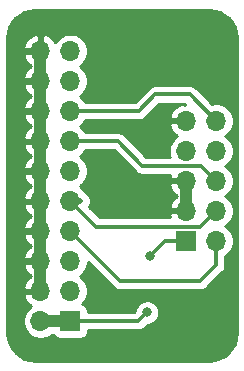
<source format=gbr>
%TF.GenerationSoftware,KiCad,Pcbnew,(5.1.9)-1*%
%TF.CreationDate,2021-11-16T01:46:06-03:00*%
%TF.ProjectId,20-10-adapter,32302d31-302d-4616-9461-707465722e6b,rev?*%
%TF.SameCoordinates,Original*%
%TF.FileFunction,Copper,L1,Top*%
%TF.FilePolarity,Positive*%
%FSLAX46Y46*%
G04 Gerber Fmt 4.6, Leading zero omitted, Abs format (unit mm)*
G04 Created by KiCad (PCBNEW (5.1.9)-1) date 2021-11-16 01:46:06*
%MOMM*%
%LPD*%
G01*
G04 APERTURE LIST*
%TA.AperFunction,ComponentPad*%
%ADD10R,1.700000X1.700000*%
%TD*%
%TA.AperFunction,ComponentPad*%
%ADD11O,1.700000X1.700000*%
%TD*%
%TA.AperFunction,ViaPad*%
%ADD12C,0.800000*%
%TD*%
%TA.AperFunction,Conductor*%
%ADD13C,0.300000*%
%TD*%
%TA.AperFunction,Conductor*%
%ADD14C,1.000000*%
%TD*%
%TA.AperFunction,Conductor*%
%ADD15C,0.500000*%
%TD*%
%TA.AperFunction,Conductor*%
%ADD16C,0.254000*%
%TD*%
%TA.AperFunction,Conductor*%
%ADD17C,0.100000*%
%TD*%
G04 APERTURE END LIST*
D10*
%TO.P,J2,1*%
%TO.N,SWD1*%
X126000000Y-79000000D03*
D11*
%TO.P,J2,2*%
X123460000Y-79000000D03*
%TO.P,J2,3*%
%TO.N,Net-(J2-Pad3)*%
X126000000Y-76460000D03*
%TO.P,J2,4*%
%TO.N,GND*%
X123460000Y-76460000D03*
%TO.P,J2,5*%
%TO.N,Net-(J2-Pad5)*%
X126000000Y-73920000D03*
%TO.P,J2,6*%
%TO.N,GND*%
X123460000Y-73920000D03*
%TO.P,J2,7*%
%TO.N,SWD2*%
X126000000Y-71380000D03*
%TO.P,J2,8*%
%TO.N,GND*%
X123460000Y-71380000D03*
%TO.P,J2,9*%
%TO.N,SWD4*%
X126000000Y-68840000D03*
%TO.P,J2,10*%
%TO.N,GND*%
X123460000Y-68840000D03*
%TO.P,J2,11*%
%TO.N,Net-(J2-Pad11)*%
X126000000Y-66300000D03*
%TO.P,J2,12*%
%TO.N,GND*%
X123460000Y-66300000D03*
%TO.P,J2,13*%
%TO.N,SWD6*%
X126000000Y-63760000D03*
%TO.P,J2,14*%
%TO.N,GND*%
X123460000Y-63760000D03*
%TO.P,J2,15*%
%TO.N,SWD10*%
X126000000Y-61220000D03*
%TO.P,J2,16*%
%TO.N,GND*%
X123460000Y-61220000D03*
%TO.P,J2,17*%
%TO.N,Net-(J2-Pad17)*%
X126000000Y-58680000D03*
%TO.P,J2,18*%
%TO.N,GND*%
X123460000Y-58680000D03*
%TO.P,J2,19*%
%TO.N,Net-(J2-Pad19)*%
X126000000Y-56140000D03*
%TO.P,J2,20*%
%TO.N,GND*%
X123460000Y-56140000D03*
%TD*%
D10*
%TO.P,J1,1*%
%TO.N,SWD1*%
X135800000Y-72200000D03*
D11*
%TO.P,J1,2*%
%TO.N,SWD2*%
X138340000Y-72200000D03*
%TO.P,J1,3*%
%TO.N,GND*%
X135800000Y-69660000D03*
%TO.P,J1,4*%
%TO.N,SWD4*%
X138340000Y-69660000D03*
%TO.P,J1,5*%
%TO.N,GND*%
X135800000Y-67120000D03*
%TO.P,J1,6*%
%TO.N,SWD6*%
X138340000Y-67120000D03*
%TO.P,J1,7*%
%TO.N,Net-(J1-Pad7)*%
X135800000Y-64580000D03*
%TO.P,J1,8*%
%TO.N,Net-(J1-Pad8)*%
X138340000Y-64580000D03*
%TO.P,J1,9*%
%TO.N,GND*%
X135800000Y-62040000D03*
%TO.P,J1,10*%
%TO.N,SWD10*%
X138340000Y-62040000D03*
%TD*%
D12*
%TO.N,GND*%
X121700000Y-76500000D03*
X121600000Y-73900000D03*
X121700000Y-71400000D03*
X121700000Y-68900000D03*
X121700000Y-66300000D03*
X121700000Y-63800000D03*
X121700000Y-61200000D03*
X121700000Y-58700000D03*
X121700000Y-56100000D03*
X132000000Y-63000000D03*
X139000000Y-80500000D03*
X139000000Y-77500000D03*
X131000000Y-68000000D03*
X131000000Y-55500000D03*
X138500000Y-55500000D03*
X138500000Y-59000000D03*
X131000000Y-59000000D03*
X135000000Y-80500000D03*
X134750000Y-55500000D03*
%TO.N,SWD1*%
X132500000Y-78250000D03*
X132750000Y-73500000D03*
%TD*%
D13*
%TO.N,SWD10*%
X126000000Y-61220000D02*
X131780000Y-61220000D01*
X131780000Y-61220000D02*
X133200000Y-59800000D01*
X136100000Y-59800000D02*
X138340000Y-62040000D01*
X133200000Y-59800000D02*
X136100000Y-59800000D01*
D14*
%TO.N,GND*%
X123460000Y-63760000D02*
X123460000Y-61220000D01*
X123460000Y-61220000D02*
X123460000Y-58680000D01*
X123460000Y-58680000D02*
X123460000Y-56140000D01*
X123460000Y-63760000D02*
X123460000Y-66300000D01*
X123460000Y-66300000D02*
X123460000Y-68840000D01*
X123460000Y-73920000D02*
X123460000Y-76460000D01*
X123460000Y-68840000D02*
X123460000Y-71380000D01*
X123460000Y-73920000D02*
X123460000Y-71380000D01*
D15*
X123420000Y-76500000D02*
X123460000Y-76460000D01*
X121700000Y-76500000D02*
X123420000Y-76500000D01*
X123440000Y-73900000D02*
X123460000Y-73920000D01*
X121600000Y-73900000D02*
X123440000Y-73900000D01*
X123440000Y-71400000D02*
X123460000Y-71380000D01*
X121700000Y-71400000D02*
X123440000Y-71400000D01*
X123400000Y-68900000D02*
X123460000Y-68840000D01*
X121700000Y-68900000D02*
X123400000Y-68900000D01*
X123420000Y-63800000D02*
X123460000Y-63760000D01*
X121700000Y-63800000D02*
X123420000Y-63800000D01*
X123440000Y-61200000D02*
X123460000Y-61220000D01*
X121700000Y-61200000D02*
X123440000Y-61200000D01*
X123440000Y-58700000D02*
X123460000Y-58680000D01*
X121700000Y-58700000D02*
X123440000Y-58700000D01*
X121700000Y-66300000D02*
X123460000Y-66300000D01*
X123420000Y-56100000D02*
X123460000Y-56140000D01*
X121700000Y-56100000D02*
X123420000Y-56100000D01*
X135740000Y-62100000D02*
X135800000Y-62040000D01*
D14*
X135800000Y-69660000D02*
X135800000Y-67120000D01*
D13*
%TO.N,SWD6*%
X138340000Y-67120000D02*
X137070000Y-65850000D01*
X137070000Y-65850000D02*
X132100000Y-65850000D01*
X130010000Y-63760000D02*
X129190000Y-63760000D01*
X132100000Y-65850000D02*
X130010000Y-63760000D01*
X129190000Y-63760000D02*
X129460000Y-63760000D01*
X126000000Y-63760000D02*
X129190000Y-63760000D01*
D15*
%TO.N,SWD4*%
X126000000Y-68840000D02*
X126840000Y-68840000D01*
D13*
X137000001Y-70999999D02*
X138340000Y-69660000D01*
X128159999Y-70999999D02*
X137000001Y-70999999D01*
X126000000Y-68840000D02*
X128159999Y-70999999D01*
%TO.N,SWD2*%
X138340000Y-74260000D02*
X138340000Y-72200000D01*
X126000000Y-71380000D02*
X130220000Y-75600000D01*
X130220000Y-75600000D02*
X137000000Y-75600000D01*
X137000000Y-75600000D02*
X138340000Y-74260000D01*
%TO.N,SWD1*%
X131750000Y-79000000D02*
X132500000Y-78250000D01*
X126000000Y-79000000D02*
X131750000Y-79000000D01*
X135800000Y-72200000D02*
X134050000Y-72200000D01*
X134050000Y-72200000D02*
X132750000Y-73500000D01*
D14*
X126000000Y-79000000D02*
X123460000Y-79000000D01*
%TD*%
D16*
%TO.N,GND*%
X138203893Y-52707670D02*
X138640498Y-52839489D01*
X139043185Y-53053600D01*
X139396612Y-53341848D01*
X139687327Y-53693261D01*
X139904242Y-54094439D01*
X140039106Y-54530113D01*
X140090000Y-55014344D01*
X140090001Y-79967711D01*
X140042330Y-80453894D01*
X139910512Y-80890497D01*
X139696399Y-81293186D01*
X139408150Y-81646613D01*
X139056739Y-81937327D01*
X138655564Y-82154240D01*
X138219886Y-82289106D01*
X137735664Y-82340000D01*
X123032279Y-82340000D01*
X122546106Y-82292330D01*
X122109503Y-82160512D01*
X121706814Y-81946399D01*
X121353387Y-81658150D01*
X121062673Y-81306739D01*
X120845760Y-80905564D01*
X120710894Y-80469886D01*
X120660000Y-79985664D01*
X120660000Y-78853740D01*
X121975000Y-78853740D01*
X121975000Y-79146260D01*
X122032068Y-79433158D01*
X122144010Y-79703411D01*
X122306525Y-79946632D01*
X122513368Y-80153475D01*
X122756589Y-80315990D01*
X123026842Y-80427932D01*
X123313740Y-80485000D01*
X123606260Y-80485000D01*
X123893158Y-80427932D01*
X124163411Y-80315990D01*
X124406632Y-80153475D01*
X124425107Y-80135000D01*
X124582317Y-80135000D01*
X124619463Y-80204494D01*
X124698815Y-80301185D01*
X124795506Y-80380537D01*
X124905820Y-80439502D01*
X125025518Y-80475812D01*
X125150000Y-80488072D01*
X126850000Y-80488072D01*
X126974482Y-80475812D01*
X127094180Y-80439502D01*
X127204494Y-80380537D01*
X127301185Y-80301185D01*
X127380537Y-80204494D01*
X127439502Y-80094180D01*
X127475812Y-79974482D01*
X127488072Y-79850000D01*
X127488072Y-79785000D01*
X131711447Y-79785000D01*
X131750000Y-79788797D01*
X131788553Y-79785000D01*
X131788561Y-79785000D01*
X131903887Y-79773641D01*
X132051860Y-79728754D01*
X132188233Y-79655862D01*
X132307764Y-79557764D01*
X132332347Y-79527811D01*
X132575157Y-79285000D01*
X132601939Y-79285000D01*
X132801898Y-79245226D01*
X132990256Y-79167205D01*
X133159774Y-79053937D01*
X133303937Y-78909774D01*
X133417205Y-78740256D01*
X133495226Y-78551898D01*
X133535000Y-78351939D01*
X133535000Y-78148061D01*
X133495226Y-77948102D01*
X133417205Y-77759744D01*
X133303937Y-77590226D01*
X133159774Y-77446063D01*
X132990256Y-77332795D01*
X132801898Y-77254774D01*
X132601939Y-77215000D01*
X132398061Y-77215000D01*
X132198102Y-77254774D01*
X132009744Y-77332795D01*
X131840226Y-77446063D01*
X131696063Y-77590226D01*
X131582795Y-77759744D01*
X131504774Y-77948102D01*
X131465000Y-78148061D01*
X131465000Y-78174843D01*
X131424843Y-78215000D01*
X127488072Y-78215000D01*
X127488072Y-78150000D01*
X127475812Y-78025518D01*
X127439502Y-77905820D01*
X127380537Y-77795506D01*
X127301185Y-77698815D01*
X127204494Y-77619463D01*
X127094180Y-77560498D01*
X127021620Y-77538487D01*
X127153475Y-77406632D01*
X127315990Y-77163411D01*
X127427932Y-76893158D01*
X127485000Y-76606260D01*
X127485000Y-76313740D01*
X127427932Y-76026842D01*
X127315990Y-75756589D01*
X127153475Y-75513368D01*
X126946632Y-75306525D01*
X126772240Y-75190000D01*
X126946632Y-75073475D01*
X127153475Y-74866632D01*
X127315990Y-74623411D01*
X127427932Y-74353158D01*
X127485000Y-74066260D01*
X127485000Y-73975157D01*
X129637658Y-76127816D01*
X129662236Y-76157764D01*
X129692184Y-76182342D01*
X129692187Y-76182345D01*
X129721559Y-76206450D01*
X129781767Y-76255862D01*
X129918140Y-76328754D01*
X130031672Y-76363194D01*
X130066112Y-76373641D01*
X130080490Y-76375057D01*
X130181439Y-76385000D01*
X130181446Y-76385000D01*
X130219999Y-76388797D01*
X130258552Y-76385000D01*
X136961447Y-76385000D01*
X137000000Y-76388797D01*
X137038553Y-76385000D01*
X137038561Y-76385000D01*
X137153887Y-76373641D01*
X137301860Y-76328754D01*
X137438233Y-76255862D01*
X137557764Y-76157764D01*
X137582347Y-76127810D01*
X138867817Y-74842341D01*
X138897764Y-74817764D01*
X138995862Y-74698233D01*
X139068754Y-74561860D01*
X139088967Y-74495226D01*
X139113641Y-74413888D01*
X139124470Y-74303937D01*
X139125000Y-74298561D01*
X139125000Y-74298554D01*
X139128797Y-74260001D01*
X139125000Y-74221448D01*
X139125000Y-73461474D01*
X139286632Y-73353475D01*
X139493475Y-73146632D01*
X139655990Y-72903411D01*
X139767932Y-72633158D01*
X139825000Y-72346260D01*
X139825000Y-72053740D01*
X139767932Y-71766842D01*
X139655990Y-71496589D01*
X139493475Y-71253368D01*
X139286632Y-71046525D01*
X139112240Y-70930000D01*
X139286632Y-70813475D01*
X139493475Y-70606632D01*
X139655990Y-70363411D01*
X139767932Y-70093158D01*
X139825000Y-69806260D01*
X139825000Y-69513740D01*
X139767932Y-69226842D01*
X139655990Y-68956589D01*
X139493475Y-68713368D01*
X139286632Y-68506525D01*
X139112240Y-68390000D01*
X139286632Y-68273475D01*
X139493475Y-68066632D01*
X139655990Y-67823411D01*
X139767932Y-67553158D01*
X139825000Y-67266260D01*
X139825000Y-66973740D01*
X139767932Y-66686842D01*
X139655990Y-66416589D01*
X139493475Y-66173368D01*
X139286632Y-65966525D01*
X139112240Y-65850000D01*
X139286632Y-65733475D01*
X139493475Y-65526632D01*
X139655990Y-65283411D01*
X139767932Y-65013158D01*
X139825000Y-64726260D01*
X139825000Y-64433740D01*
X139767932Y-64146842D01*
X139655990Y-63876589D01*
X139493475Y-63633368D01*
X139286632Y-63426525D01*
X139112240Y-63310000D01*
X139286632Y-63193475D01*
X139493475Y-62986632D01*
X139655990Y-62743411D01*
X139767932Y-62473158D01*
X139825000Y-62186260D01*
X139825000Y-61893740D01*
X139767932Y-61606842D01*
X139655990Y-61336589D01*
X139493475Y-61093368D01*
X139286632Y-60886525D01*
X139043411Y-60724010D01*
X138773158Y-60612068D01*
X138486260Y-60555000D01*
X138193740Y-60555000D01*
X138003082Y-60592925D01*
X136682347Y-59272190D01*
X136657764Y-59242236D01*
X136538233Y-59144138D01*
X136401860Y-59071246D01*
X136253887Y-59026359D01*
X136138561Y-59015000D01*
X136138553Y-59015000D01*
X136100000Y-59011203D01*
X136061447Y-59015000D01*
X133238552Y-59015000D01*
X133199999Y-59011203D01*
X133161446Y-59015000D01*
X133161439Y-59015000D01*
X133060490Y-59024943D01*
X133046112Y-59026359D01*
X133011672Y-59036806D01*
X132898140Y-59071246D01*
X132761767Y-59144138D01*
X132713075Y-59184099D01*
X132672187Y-59217655D01*
X132672184Y-59217658D01*
X132642236Y-59242236D01*
X132617658Y-59272184D01*
X131454843Y-60435000D01*
X127261474Y-60435000D01*
X127153475Y-60273368D01*
X126946632Y-60066525D01*
X126772240Y-59950000D01*
X126946632Y-59833475D01*
X127153475Y-59626632D01*
X127315990Y-59383411D01*
X127427932Y-59113158D01*
X127485000Y-58826260D01*
X127485000Y-58533740D01*
X127427932Y-58246842D01*
X127315990Y-57976589D01*
X127153475Y-57733368D01*
X126946632Y-57526525D01*
X126772240Y-57410000D01*
X126946632Y-57293475D01*
X127153475Y-57086632D01*
X127315990Y-56843411D01*
X127427932Y-56573158D01*
X127485000Y-56286260D01*
X127485000Y-55993740D01*
X127427932Y-55706842D01*
X127315990Y-55436589D01*
X127153475Y-55193368D01*
X126946632Y-54986525D01*
X126703411Y-54824010D01*
X126433158Y-54712068D01*
X126146260Y-54655000D01*
X125853740Y-54655000D01*
X125566842Y-54712068D01*
X125296589Y-54824010D01*
X125053368Y-54986525D01*
X124846525Y-55193368D01*
X124728900Y-55369406D01*
X124557588Y-55139731D01*
X124341355Y-54944822D01*
X124091252Y-54795843D01*
X123816891Y-54698519D01*
X123587000Y-54819186D01*
X123587000Y-56013000D01*
X123607000Y-56013000D01*
X123607000Y-56267000D01*
X123587000Y-56267000D01*
X123587000Y-58553000D01*
X123607000Y-58553000D01*
X123607000Y-58807000D01*
X123587000Y-58807000D01*
X123587000Y-61093000D01*
X123607000Y-61093000D01*
X123607000Y-61347000D01*
X123587000Y-61347000D01*
X123587000Y-63633000D01*
X123607000Y-63633000D01*
X123607000Y-63887000D01*
X123587000Y-63887000D01*
X123587000Y-66173000D01*
X123607000Y-66173000D01*
X123607000Y-66427000D01*
X123587000Y-66427000D01*
X123587000Y-68713000D01*
X123607000Y-68713000D01*
X123607000Y-68967000D01*
X123587000Y-68967000D01*
X123587000Y-71253000D01*
X123607000Y-71253000D01*
X123607000Y-71507000D01*
X123587000Y-71507000D01*
X123587000Y-73793000D01*
X123607000Y-73793000D01*
X123607000Y-74047000D01*
X123587000Y-74047000D01*
X123587000Y-76333000D01*
X123607000Y-76333000D01*
X123607000Y-76587000D01*
X123587000Y-76587000D01*
X123587000Y-76607000D01*
X123333000Y-76607000D01*
X123333000Y-76587000D01*
X122139845Y-76587000D01*
X122018524Y-76816890D01*
X122063175Y-76964099D01*
X122188359Y-77226920D01*
X122362412Y-77460269D01*
X122578645Y-77655178D01*
X122695534Y-77724805D01*
X122513368Y-77846525D01*
X122306525Y-78053368D01*
X122144010Y-78296589D01*
X122032068Y-78566842D01*
X121975000Y-78853740D01*
X120660000Y-78853740D01*
X120660000Y-74276890D01*
X122018524Y-74276890D01*
X122063175Y-74424099D01*
X122188359Y-74686920D01*
X122362412Y-74920269D01*
X122578645Y-75115178D01*
X122704255Y-75190000D01*
X122578645Y-75264822D01*
X122362412Y-75459731D01*
X122188359Y-75693080D01*
X122063175Y-75955901D01*
X122018524Y-76103110D01*
X122139845Y-76333000D01*
X123333000Y-76333000D01*
X123333000Y-74047000D01*
X122139845Y-74047000D01*
X122018524Y-74276890D01*
X120660000Y-74276890D01*
X120660000Y-71736890D01*
X122018524Y-71736890D01*
X122063175Y-71884099D01*
X122188359Y-72146920D01*
X122362412Y-72380269D01*
X122578645Y-72575178D01*
X122704255Y-72650000D01*
X122578645Y-72724822D01*
X122362412Y-72919731D01*
X122188359Y-73153080D01*
X122063175Y-73415901D01*
X122018524Y-73563110D01*
X122139845Y-73793000D01*
X123333000Y-73793000D01*
X123333000Y-71507000D01*
X122139845Y-71507000D01*
X122018524Y-71736890D01*
X120660000Y-71736890D01*
X120660000Y-69196890D01*
X122018524Y-69196890D01*
X122063175Y-69344099D01*
X122188359Y-69606920D01*
X122362412Y-69840269D01*
X122578645Y-70035178D01*
X122704255Y-70110000D01*
X122578645Y-70184822D01*
X122362412Y-70379731D01*
X122188359Y-70613080D01*
X122063175Y-70875901D01*
X122018524Y-71023110D01*
X122139845Y-71253000D01*
X123333000Y-71253000D01*
X123333000Y-68967000D01*
X122139845Y-68967000D01*
X122018524Y-69196890D01*
X120660000Y-69196890D01*
X120660000Y-66656890D01*
X122018524Y-66656890D01*
X122063175Y-66804099D01*
X122188359Y-67066920D01*
X122362412Y-67300269D01*
X122578645Y-67495178D01*
X122704255Y-67570000D01*
X122578645Y-67644822D01*
X122362412Y-67839731D01*
X122188359Y-68073080D01*
X122063175Y-68335901D01*
X122018524Y-68483110D01*
X122139845Y-68713000D01*
X123333000Y-68713000D01*
X123333000Y-66427000D01*
X122139845Y-66427000D01*
X122018524Y-66656890D01*
X120660000Y-66656890D01*
X120660000Y-64116890D01*
X122018524Y-64116890D01*
X122063175Y-64264099D01*
X122188359Y-64526920D01*
X122362412Y-64760269D01*
X122578645Y-64955178D01*
X122704255Y-65030000D01*
X122578645Y-65104822D01*
X122362412Y-65299731D01*
X122188359Y-65533080D01*
X122063175Y-65795901D01*
X122018524Y-65943110D01*
X122139845Y-66173000D01*
X123333000Y-66173000D01*
X123333000Y-63887000D01*
X122139845Y-63887000D01*
X122018524Y-64116890D01*
X120660000Y-64116890D01*
X120660000Y-61576890D01*
X122018524Y-61576890D01*
X122063175Y-61724099D01*
X122188359Y-61986920D01*
X122362412Y-62220269D01*
X122578645Y-62415178D01*
X122704255Y-62490000D01*
X122578645Y-62564822D01*
X122362412Y-62759731D01*
X122188359Y-62993080D01*
X122063175Y-63255901D01*
X122018524Y-63403110D01*
X122139845Y-63633000D01*
X123333000Y-63633000D01*
X123333000Y-61347000D01*
X122139845Y-61347000D01*
X122018524Y-61576890D01*
X120660000Y-61576890D01*
X120660000Y-59036890D01*
X122018524Y-59036890D01*
X122063175Y-59184099D01*
X122188359Y-59446920D01*
X122362412Y-59680269D01*
X122578645Y-59875178D01*
X122704255Y-59950000D01*
X122578645Y-60024822D01*
X122362412Y-60219731D01*
X122188359Y-60453080D01*
X122063175Y-60715901D01*
X122018524Y-60863110D01*
X122139845Y-61093000D01*
X123333000Y-61093000D01*
X123333000Y-58807000D01*
X122139845Y-58807000D01*
X122018524Y-59036890D01*
X120660000Y-59036890D01*
X120660000Y-56496890D01*
X122018524Y-56496890D01*
X122063175Y-56644099D01*
X122188359Y-56906920D01*
X122362412Y-57140269D01*
X122578645Y-57335178D01*
X122704255Y-57410000D01*
X122578645Y-57484822D01*
X122362412Y-57679731D01*
X122188359Y-57913080D01*
X122063175Y-58175901D01*
X122018524Y-58323110D01*
X122139845Y-58553000D01*
X123333000Y-58553000D01*
X123333000Y-56267000D01*
X122139845Y-56267000D01*
X122018524Y-56496890D01*
X120660000Y-56496890D01*
X120660000Y-55783110D01*
X122018524Y-55783110D01*
X122139845Y-56013000D01*
X123333000Y-56013000D01*
X123333000Y-54819186D01*
X123103109Y-54698519D01*
X122828748Y-54795843D01*
X122578645Y-54944822D01*
X122362412Y-55139731D01*
X122188359Y-55373080D01*
X122063175Y-55635901D01*
X122018524Y-55783110D01*
X120660000Y-55783110D01*
X120660000Y-55032279D01*
X120707670Y-54546107D01*
X120839489Y-54109502D01*
X121053600Y-53706815D01*
X121341848Y-53353388D01*
X121693261Y-53062673D01*
X122094439Y-52845758D01*
X122530113Y-52710894D01*
X123014344Y-52660000D01*
X137717721Y-52660000D01*
X138203893Y-52707670D01*
%TA.AperFunction,Conductor*%
D17*
G36*
X138203893Y-52707670D02*
G01*
X138640498Y-52839489D01*
X139043185Y-53053600D01*
X139396612Y-53341848D01*
X139687327Y-53693261D01*
X139904242Y-54094439D01*
X140039106Y-54530113D01*
X140090000Y-55014344D01*
X140090001Y-79967711D01*
X140042330Y-80453894D01*
X139910512Y-80890497D01*
X139696399Y-81293186D01*
X139408150Y-81646613D01*
X139056739Y-81937327D01*
X138655564Y-82154240D01*
X138219886Y-82289106D01*
X137735664Y-82340000D01*
X123032279Y-82340000D01*
X122546106Y-82292330D01*
X122109503Y-82160512D01*
X121706814Y-81946399D01*
X121353387Y-81658150D01*
X121062673Y-81306739D01*
X120845760Y-80905564D01*
X120710894Y-80469886D01*
X120660000Y-79985664D01*
X120660000Y-78853740D01*
X121975000Y-78853740D01*
X121975000Y-79146260D01*
X122032068Y-79433158D01*
X122144010Y-79703411D01*
X122306525Y-79946632D01*
X122513368Y-80153475D01*
X122756589Y-80315990D01*
X123026842Y-80427932D01*
X123313740Y-80485000D01*
X123606260Y-80485000D01*
X123893158Y-80427932D01*
X124163411Y-80315990D01*
X124406632Y-80153475D01*
X124425107Y-80135000D01*
X124582317Y-80135000D01*
X124619463Y-80204494D01*
X124698815Y-80301185D01*
X124795506Y-80380537D01*
X124905820Y-80439502D01*
X125025518Y-80475812D01*
X125150000Y-80488072D01*
X126850000Y-80488072D01*
X126974482Y-80475812D01*
X127094180Y-80439502D01*
X127204494Y-80380537D01*
X127301185Y-80301185D01*
X127380537Y-80204494D01*
X127439502Y-80094180D01*
X127475812Y-79974482D01*
X127488072Y-79850000D01*
X127488072Y-79785000D01*
X131711447Y-79785000D01*
X131750000Y-79788797D01*
X131788553Y-79785000D01*
X131788561Y-79785000D01*
X131903887Y-79773641D01*
X132051860Y-79728754D01*
X132188233Y-79655862D01*
X132307764Y-79557764D01*
X132332347Y-79527811D01*
X132575157Y-79285000D01*
X132601939Y-79285000D01*
X132801898Y-79245226D01*
X132990256Y-79167205D01*
X133159774Y-79053937D01*
X133303937Y-78909774D01*
X133417205Y-78740256D01*
X133495226Y-78551898D01*
X133535000Y-78351939D01*
X133535000Y-78148061D01*
X133495226Y-77948102D01*
X133417205Y-77759744D01*
X133303937Y-77590226D01*
X133159774Y-77446063D01*
X132990256Y-77332795D01*
X132801898Y-77254774D01*
X132601939Y-77215000D01*
X132398061Y-77215000D01*
X132198102Y-77254774D01*
X132009744Y-77332795D01*
X131840226Y-77446063D01*
X131696063Y-77590226D01*
X131582795Y-77759744D01*
X131504774Y-77948102D01*
X131465000Y-78148061D01*
X131465000Y-78174843D01*
X131424843Y-78215000D01*
X127488072Y-78215000D01*
X127488072Y-78150000D01*
X127475812Y-78025518D01*
X127439502Y-77905820D01*
X127380537Y-77795506D01*
X127301185Y-77698815D01*
X127204494Y-77619463D01*
X127094180Y-77560498D01*
X127021620Y-77538487D01*
X127153475Y-77406632D01*
X127315990Y-77163411D01*
X127427932Y-76893158D01*
X127485000Y-76606260D01*
X127485000Y-76313740D01*
X127427932Y-76026842D01*
X127315990Y-75756589D01*
X127153475Y-75513368D01*
X126946632Y-75306525D01*
X126772240Y-75190000D01*
X126946632Y-75073475D01*
X127153475Y-74866632D01*
X127315990Y-74623411D01*
X127427932Y-74353158D01*
X127485000Y-74066260D01*
X127485000Y-73975157D01*
X129637658Y-76127816D01*
X129662236Y-76157764D01*
X129692184Y-76182342D01*
X129692187Y-76182345D01*
X129721559Y-76206450D01*
X129781767Y-76255862D01*
X129918140Y-76328754D01*
X130031672Y-76363194D01*
X130066112Y-76373641D01*
X130080490Y-76375057D01*
X130181439Y-76385000D01*
X130181446Y-76385000D01*
X130219999Y-76388797D01*
X130258552Y-76385000D01*
X136961447Y-76385000D01*
X137000000Y-76388797D01*
X137038553Y-76385000D01*
X137038561Y-76385000D01*
X137153887Y-76373641D01*
X137301860Y-76328754D01*
X137438233Y-76255862D01*
X137557764Y-76157764D01*
X137582347Y-76127810D01*
X138867817Y-74842341D01*
X138897764Y-74817764D01*
X138995862Y-74698233D01*
X139068754Y-74561860D01*
X139088967Y-74495226D01*
X139113641Y-74413888D01*
X139124470Y-74303937D01*
X139125000Y-74298561D01*
X139125000Y-74298554D01*
X139128797Y-74260001D01*
X139125000Y-74221448D01*
X139125000Y-73461474D01*
X139286632Y-73353475D01*
X139493475Y-73146632D01*
X139655990Y-72903411D01*
X139767932Y-72633158D01*
X139825000Y-72346260D01*
X139825000Y-72053740D01*
X139767932Y-71766842D01*
X139655990Y-71496589D01*
X139493475Y-71253368D01*
X139286632Y-71046525D01*
X139112240Y-70930000D01*
X139286632Y-70813475D01*
X139493475Y-70606632D01*
X139655990Y-70363411D01*
X139767932Y-70093158D01*
X139825000Y-69806260D01*
X139825000Y-69513740D01*
X139767932Y-69226842D01*
X139655990Y-68956589D01*
X139493475Y-68713368D01*
X139286632Y-68506525D01*
X139112240Y-68390000D01*
X139286632Y-68273475D01*
X139493475Y-68066632D01*
X139655990Y-67823411D01*
X139767932Y-67553158D01*
X139825000Y-67266260D01*
X139825000Y-66973740D01*
X139767932Y-66686842D01*
X139655990Y-66416589D01*
X139493475Y-66173368D01*
X139286632Y-65966525D01*
X139112240Y-65850000D01*
X139286632Y-65733475D01*
X139493475Y-65526632D01*
X139655990Y-65283411D01*
X139767932Y-65013158D01*
X139825000Y-64726260D01*
X139825000Y-64433740D01*
X139767932Y-64146842D01*
X139655990Y-63876589D01*
X139493475Y-63633368D01*
X139286632Y-63426525D01*
X139112240Y-63310000D01*
X139286632Y-63193475D01*
X139493475Y-62986632D01*
X139655990Y-62743411D01*
X139767932Y-62473158D01*
X139825000Y-62186260D01*
X139825000Y-61893740D01*
X139767932Y-61606842D01*
X139655990Y-61336589D01*
X139493475Y-61093368D01*
X139286632Y-60886525D01*
X139043411Y-60724010D01*
X138773158Y-60612068D01*
X138486260Y-60555000D01*
X138193740Y-60555000D01*
X138003082Y-60592925D01*
X136682347Y-59272190D01*
X136657764Y-59242236D01*
X136538233Y-59144138D01*
X136401860Y-59071246D01*
X136253887Y-59026359D01*
X136138561Y-59015000D01*
X136138553Y-59015000D01*
X136100000Y-59011203D01*
X136061447Y-59015000D01*
X133238552Y-59015000D01*
X133199999Y-59011203D01*
X133161446Y-59015000D01*
X133161439Y-59015000D01*
X133060490Y-59024943D01*
X133046112Y-59026359D01*
X133011672Y-59036806D01*
X132898140Y-59071246D01*
X132761767Y-59144138D01*
X132713075Y-59184099D01*
X132672187Y-59217655D01*
X132672184Y-59217658D01*
X132642236Y-59242236D01*
X132617658Y-59272184D01*
X131454843Y-60435000D01*
X127261474Y-60435000D01*
X127153475Y-60273368D01*
X126946632Y-60066525D01*
X126772240Y-59950000D01*
X126946632Y-59833475D01*
X127153475Y-59626632D01*
X127315990Y-59383411D01*
X127427932Y-59113158D01*
X127485000Y-58826260D01*
X127485000Y-58533740D01*
X127427932Y-58246842D01*
X127315990Y-57976589D01*
X127153475Y-57733368D01*
X126946632Y-57526525D01*
X126772240Y-57410000D01*
X126946632Y-57293475D01*
X127153475Y-57086632D01*
X127315990Y-56843411D01*
X127427932Y-56573158D01*
X127485000Y-56286260D01*
X127485000Y-55993740D01*
X127427932Y-55706842D01*
X127315990Y-55436589D01*
X127153475Y-55193368D01*
X126946632Y-54986525D01*
X126703411Y-54824010D01*
X126433158Y-54712068D01*
X126146260Y-54655000D01*
X125853740Y-54655000D01*
X125566842Y-54712068D01*
X125296589Y-54824010D01*
X125053368Y-54986525D01*
X124846525Y-55193368D01*
X124728900Y-55369406D01*
X124557588Y-55139731D01*
X124341355Y-54944822D01*
X124091252Y-54795843D01*
X123816891Y-54698519D01*
X123587000Y-54819186D01*
X123587000Y-56013000D01*
X123607000Y-56013000D01*
X123607000Y-56267000D01*
X123587000Y-56267000D01*
X123587000Y-58553000D01*
X123607000Y-58553000D01*
X123607000Y-58807000D01*
X123587000Y-58807000D01*
X123587000Y-61093000D01*
X123607000Y-61093000D01*
X123607000Y-61347000D01*
X123587000Y-61347000D01*
X123587000Y-63633000D01*
X123607000Y-63633000D01*
X123607000Y-63887000D01*
X123587000Y-63887000D01*
X123587000Y-66173000D01*
X123607000Y-66173000D01*
X123607000Y-66427000D01*
X123587000Y-66427000D01*
X123587000Y-68713000D01*
X123607000Y-68713000D01*
X123607000Y-68967000D01*
X123587000Y-68967000D01*
X123587000Y-71253000D01*
X123607000Y-71253000D01*
X123607000Y-71507000D01*
X123587000Y-71507000D01*
X123587000Y-73793000D01*
X123607000Y-73793000D01*
X123607000Y-74047000D01*
X123587000Y-74047000D01*
X123587000Y-76333000D01*
X123607000Y-76333000D01*
X123607000Y-76587000D01*
X123587000Y-76587000D01*
X123587000Y-76607000D01*
X123333000Y-76607000D01*
X123333000Y-76587000D01*
X122139845Y-76587000D01*
X122018524Y-76816890D01*
X122063175Y-76964099D01*
X122188359Y-77226920D01*
X122362412Y-77460269D01*
X122578645Y-77655178D01*
X122695534Y-77724805D01*
X122513368Y-77846525D01*
X122306525Y-78053368D01*
X122144010Y-78296589D01*
X122032068Y-78566842D01*
X121975000Y-78853740D01*
X120660000Y-78853740D01*
X120660000Y-74276890D01*
X122018524Y-74276890D01*
X122063175Y-74424099D01*
X122188359Y-74686920D01*
X122362412Y-74920269D01*
X122578645Y-75115178D01*
X122704255Y-75190000D01*
X122578645Y-75264822D01*
X122362412Y-75459731D01*
X122188359Y-75693080D01*
X122063175Y-75955901D01*
X122018524Y-76103110D01*
X122139845Y-76333000D01*
X123333000Y-76333000D01*
X123333000Y-74047000D01*
X122139845Y-74047000D01*
X122018524Y-74276890D01*
X120660000Y-74276890D01*
X120660000Y-71736890D01*
X122018524Y-71736890D01*
X122063175Y-71884099D01*
X122188359Y-72146920D01*
X122362412Y-72380269D01*
X122578645Y-72575178D01*
X122704255Y-72650000D01*
X122578645Y-72724822D01*
X122362412Y-72919731D01*
X122188359Y-73153080D01*
X122063175Y-73415901D01*
X122018524Y-73563110D01*
X122139845Y-73793000D01*
X123333000Y-73793000D01*
X123333000Y-71507000D01*
X122139845Y-71507000D01*
X122018524Y-71736890D01*
X120660000Y-71736890D01*
X120660000Y-69196890D01*
X122018524Y-69196890D01*
X122063175Y-69344099D01*
X122188359Y-69606920D01*
X122362412Y-69840269D01*
X122578645Y-70035178D01*
X122704255Y-70110000D01*
X122578645Y-70184822D01*
X122362412Y-70379731D01*
X122188359Y-70613080D01*
X122063175Y-70875901D01*
X122018524Y-71023110D01*
X122139845Y-71253000D01*
X123333000Y-71253000D01*
X123333000Y-68967000D01*
X122139845Y-68967000D01*
X122018524Y-69196890D01*
X120660000Y-69196890D01*
X120660000Y-66656890D01*
X122018524Y-66656890D01*
X122063175Y-66804099D01*
X122188359Y-67066920D01*
X122362412Y-67300269D01*
X122578645Y-67495178D01*
X122704255Y-67570000D01*
X122578645Y-67644822D01*
X122362412Y-67839731D01*
X122188359Y-68073080D01*
X122063175Y-68335901D01*
X122018524Y-68483110D01*
X122139845Y-68713000D01*
X123333000Y-68713000D01*
X123333000Y-66427000D01*
X122139845Y-66427000D01*
X122018524Y-66656890D01*
X120660000Y-66656890D01*
X120660000Y-64116890D01*
X122018524Y-64116890D01*
X122063175Y-64264099D01*
X122188359Y-64526920D01*
X122362412Y-64760269D01*
X122578645Y-64955178D01*
X122704255Y-65030000D01*
X122578645Y-65104822D01*
X122362412Y-65299731D01*
X122188359Y-65533080D01*
X122063175Y-65795901D01*
X122018524Y-65943110D01*
X122139845Y-66173000D01*
X123333000Y-66173000D01*
X123333000Y-63887000D01*
X122139845Y-63887000D01*
X122018524Y-64116890D01*
X120660000Y-64116890D01*
X120660000Y-61576890D01*
X122018524Y-61576890D01*
X122063175Y-61724099D01*
X122188359Y-61986920D01*
X122362412Y-62220269D01*
X122578645Y-62415178D01*
X122704255Y-62490000D01*
X122578645Y-62564822D01*
X122362412Y-62759731D01*
X122188359Y-62993080D01*
X122063175Y-63255901D01*
X122018524Y-63403110D01*
X122139845Y-63633000D01*
X123333000Y-63633000D01*
X123333000Y-61347000D01*
X122139845Y-61347000D01*
X122018524Y-61576890D01*
X120660000Y-61576890D01*
X120660000Y-59036890D01*
X122018524Y-59036890D01*
X122063175Y-59184099D01*
X122188359Y-59446920D01*
X122362412Y-59680269D01*
X122578645Y-59875178D01*
X122704255Y-59950000D01*
X122578645Y-60024822D01*
X122362412Y-60219731D01*
X122188359Y-60453080D01*
X122063175Y-60715901D01*
X122018524Y-60863110D01*
X122139845Y-61093000D01*
X123333000Y-61093000D01*
X123333000Y-58807000D01*
X122139845Y-58807000D01*
X122018524Y-59036890D01*
X120660000Y-59036890D01*
X120660000Y-56496890D01*
X122018524Y-56496890D01*
X122063175Y-56644099D01*
X122188359Y-56906920D01*
X122362412Y-57140269D01*
X122578645Y-57335178D01*
X122704255Y-57410000D01*
X122578645Y-57484822D01*
X122362412Y-57679731D01*
X122188359Y-57913080D01*
X122063175Y-58175901D01*
X122018524Y-58323110D01*
X122139845Y-58553000D01*
X123333000Y-58553000D01*
X123333000Y-56267000D01*
X122139845Y-56267000D01*
X122018524Y-56496890D01*
X120660000Y-56496890D01*
X120660000Y-55783110D01*
X122018524Y-55783110D01*
X122139845Y-56013000D01*
X123333000Y-56013000D01*
X123333000Y-54819186D01*
X123103109Y-54698519D01*
X122828748Y-54795843D01*
X122578645Y-54944822D01*
X122362412Y-55139731D01*
X122188359Y-55373080D01*
X122063175Y-55635901D01*
X122018524Y-55783110D01*
X120660000Y-55783110D01*
X120660000Y-55032279D01*
X120707670Y-54546107D01*
X120839489Y-54109502D01*
X121053600Y-53706815D01*
X121341848Y-53353388D01*
X121693261Y-53062673D01*
X122094439Y-52845758D01*
X122530113Y-52710894D01*
X123014344Y-52660000D01*
X137717721Y-52660000D01*
X138203893Y-52707670D01*
G37*
%TD.AperFunction*%
D16*
X131517658Y-66377816D02*
X131542236Y-66407764D01*
X131572184Y-66432342D01*
X131572187Y-66432345D01*
X131589143Y-66446260D01*
X131661767Y-66505862D01*
X131798140Y-66578754D01*
X131911672Y-66613194D01*
X131946112Y-66623641D01*
X131960490Y-66625057D01*
X132061439Y-66635000D01*
X132061446Y-66635000D01*
X132099999Y-66638797D01*
X132138552Y-66635000D01*
X134397382Y-66635000D01*
X134358524Y-66763110D01*
X134479845Y-66993000D01*
X135673000Y-66993000D01*
X135673000Y-66973000D01*
X135927000Y-66973000D01*
X135927000Y-66993000D01*
X135947000Y-66993000D01*
X135947000Y-67247000D01*
X135927000Y-67247000D01*
X135927000Y-69533000D01*
X135947000Y-69533000D01*
X135947000Y-69787000D01*
X135927000Y-69787000D01*
X135927000Y-69807000D01*
X135673000Y-69807000D01*
X135673000Y-69787000D01*
X134479845Y-69787000D01*
X134358524Y-70016890D01*
X134403175Y-70164099D01*
X134427419Y-70214999D01*
X128485156Y-70214999D01*
X127588051Y-69317894D01*
X127661589Y-69180313D01*
X127712195Y-69013490D01*
X127729282Y-68840000D01*
X127712195Y-68666510D01*
X127661589Y-68499687D01*
X127579411Y-68345941D01*
X127468817Y-68211183D01*
X127334059Y-68100589D01*
X127268533Y-68065565D01*
X127153475Y-67893368D01*
X126946632Y-67686525D01*
X126772240Y-67570000D01*
X126911588Y-67476890D01*
X134358524Y-67476890D01*
X134403175Y-67624099D01*
X134528359Y-67886920D01*
X134702412Y-68120269D01*
X134918645Y-68315178D01*
X135044255Y-68390000D01*
X134918645Y-68464822D01*
X134702412Y-68659731D01*
X134528359Y-68893080D01*
X134403175Y-69155901D01*
X134358524Y-69303110D01*
X134479845Y-69533000D01*
X135673000Y-69533000D01*
X135673000Y-67247000D01*
X134479845Y-67247000D01*
X134358524Y-67476890D01*
X126911588Y-67476890D01*
X126946632Y-67453475D01*
X127153475Y-67246632D01*
X127315990Y-67003411D01*
X127427932Y-66733158D01*
X127485000Y-66446260D01*
X127485000Y-66153740D01*
X127427932Y-65866842D01*
X127315990Y-65596589D01*
X127153475Y-65353368D01*
X126946632Y-65146525D01*
X126772240Y-65030000D01*
X126946632Y-64913475D01*
X127153475Y-64706632D01*
X127261474Y-64545000D01*
X129684843Y-64545000D01*
X131517658Y-66377816D01*
%TA.AperFunction,Conductor*%
D17*
G36*
X131517658Y-66377816D02*
G01*
X131542236Y-66407764D01*
X131572184Y-66432342D01*
X131572187Y-66432345D01*
X131589143Y-66446260D01*
X131661767Y-66505862D01*
X131798140Y-66578754D01*
X131911672Y-66613194D01*
X131946112Y-66623641D01*
X131960490Y-66625057D01*
X132061439Y-66635000D01*
X132061446Y-66635000D01*
X132099999Y-66638797D01*
X132138552Y-66635000D01*
X134397382Y-66635000D01*
X134358524Y-66763110D01*
X134479845Y-66993000D01*
X135673000Y-66993000D01*
X135673000Y-66973000D01*
X135927000Y-66973000D01*
X135927000Y-66993000D01*
X135947000Y-66993000D01*
X135947000Y-67247000D01*
X135927000Y-67247000D01*
X135927000Y-69533000D01*
X135947000Y-69533000D01*
X135947000Y-69787000D01*
X135927000Y-69787000D01*
X135927000Y-69807000D01*
X135673000Y-69807000D01*
X135673000Y-69787000D01*
X134479845Y-69787000D01*
X134358524Y-70016890D01*
X134403175Y-70164099D01*
X134427419Y-70214999D01*
X128485156Y-70214999D01*
X127588051Y-69317894D01*
X127661589Y-69180313D01*
X127712195Y-69013490D01*
X127729282Y-68840000D01*
X127712195Y-68666510D01*
X127661589Y-68499687D01*
X127579411Y-68345941D01*
X127468817Y-68211183D01*
X127334059Y-68100589D01*
X127268533Y-68065565D01*
X127153475Y-67893368D01*
X126946632Y-67686525D01*
X126772240Y-67570000D01*
X126911588Y-67476890D01*
X134358524Y-67476890D01*
X134403175Y-67624099D01*
X134528359Y-67886920D01*
X134702412Y-68120269D01*
X134918645Y-68315178D01*
X135044255Y-68390000D01*
X134918645Y-68464822D01*
X134702412Y-68659731D01*
X134528359Y-68893080D01*
X134403175Y-69155901D01*
X134358524Y-69303110D01*
X134479845Y-69533000D01*
X135673000Y-69533000D01*
X135673000Y-67247000D01*
X134479845Y-67247000D01*
X134358524Y-67476890D01*
X126911588Y-67476890D01*
X126946632Y-67453475D01*
X127153475Y-67246632D01*
X127315990Y-67003411D01*
X127427932Y-66733158D01*
X127485000Y-66446260D01*
X127485000Y-66153740D01*
X127427932Y-65866842D01*
X127315990Y-65596589D01*
X127153475Y-65353368D01*
X126946632Y-65146525D01*
X126772240Y-65030000D01*
X126946632Y-64913475D01*
X127153475Y-64706632D01*
X127261474Y-64545000D01*
X129684843Y-64545000D01*
X131517658Y-66377816D01*
G37*
%TD.AperFunction*%
D16*
X135672998Y-60719185D02*
X135443109Y-60598519D01*
X135168748Y-60695843D01*
X134918645Y-60844822D01*
X134702412Y-61039731D01*
X134528359Y-61273080D01*
X134403175Y-61535901D01*
X134358524Y-61683110D01*
X134479845Y-61913000D01*
X135673000Y-61913000D01*
X135673000Y-61893000D01*
X135927000Y-61893000D01*
X135927000Y-61913000D01*
X135947000Y-61913000D01*
X135947000Y-62167000D01*
X135927000Y-62167000D01*
X135927000Y-62187000D01*
X135673000Y-62187000D01*
X135673000Y-62167000D01*
X134479845Y-62167000D01*
X134358524Y-62396890D01*
X134403175Y-62544099D01*
X134528359Y-62806920D01*
X134702412Y-63040269D01*
X134918645Y-63235178D01*
X135035534Y-63304805D01*
X134853368Y-63426525D01*
X134646525Y-63633368D01*
X134484010Y-63876589D01*
X134372068Y-64146842D01*
X134315000Y-64433740D01*
X134315000Y-64726260D01*
X134372068Y-65013158D01*
X134393542Y-65065000D01*
X132425158Y-65065000D01*
X130592347Y-63232190D01*
X130567764Y-63202236D01*
X130448233Y-63104138D01*
X130311860Y-63031246D01*
X130163887Y-62986359D01*
X130048561Y-62975000D01*
X130048553Y-62975000D01*
X130010000Y-62971203D01*
X129971447Y-62975000D01*
X127261474Y-62975000D01*
X127153475Y-62813368D01*
X126946632Y-62606525D01*
X126772240Y-62490000D01*
X126946632Y-62373475D01*
X127153475Y-62166632D01*
X127261474Y-62005000D01*
X131741447Y-62005000D01*
X131780000Y-62008797D01*
X131818553Y-62005000D01*
X131818561Y-62005000D01*
X131933887Y-61993641D01*
X132081860Y-61948754D01*
X132218233Y-61875862D01*
X132337764Y-61777764D01*
X132362347Y-61747810D01*
X133525158Y-60585000D01*
X135672998Y-60585000D01*
X135672998Y-60719185D01*
%TA.AperFunction,Conductor*%
D17*
G36*
X135672998Y-60719185D02*
G01*
X135443109Y-60598519D01*
X135168748Y-60695843D01*
X134918645Y-60844822D01*
X134702412Y-61039731D01*
X134528359Y-61273080D01*
X134403175Y-61535901D01*
X134358524Y-61683110D01*
X134479845Y-61913000D01*
X135673000Y-61913000D01*
X135673000Y-61893000D01*
X135927000Y-61893000D01*
X135927000Y-61913000D01*
X135947000Y-61913000D01*
X135947000Y-62167000D01*
X135927000Y-62167000D01*
X135927000Y-62187000D01*
X135673000Y-62187000D01*
X135673000Y-62167000D01*
X134479845Y-62167000D01*
X134358524Y-62396890D01*
X134403175Y-62544099D01*
X134528359Y-62806920D01*
X134702412Y-63040269D01*
X134918645Y-63235178D01*
X135035534Y-63304805D01*
X134853368Y-63426525D01*
X134646525Y-63633368D01*
X134484010Y-63876589D01*
X134372068Y-64146842D01*
X134315000Y-64433740D01*
X134315000Y-64726260D01*
X134372068Y-65013158D01*
X134393542Y-65065000D01*
X132425158Y-65065000D01*
X130592347Y-63232190D01*
X130567764Y-63202236D01*
X130448233Y-63104138D01*
X130311860Y-63031246D01*
X130163887Y-62986359D01*
X130048561Y-62975000D01*
X130048553Y-62975000D01*
X130010000Y-62971203D01*
X129971447Y-62975000D01*
X127261474Y-62975000D01*
X127153475Y-62813368D01*
X126946632Y-62606525D01*
X126772240Y-62490000D01*
X126946632Y-62373475D01*
X127153475Y-62166632D01*
X127261474Y-62005000D01*
X131741447Y-62005000D01*
X131780000Y-62008797D01*
X131818553Y-62005000D01*
X131818561Y-62005000D01*
X131933887Y-61993641D01*
X132081860Y-61948754D01*
X132218233Y-61875862D01*
X132337764Y-61777764D01*
X132362347Y-61747810D01*
X133525158Y-60585000D01*
X135672998Y-60585000D01*
X135672998Y-60719185D01*
G37*
%TD.AperFunction*%
%TD*%
M02*

</source>
